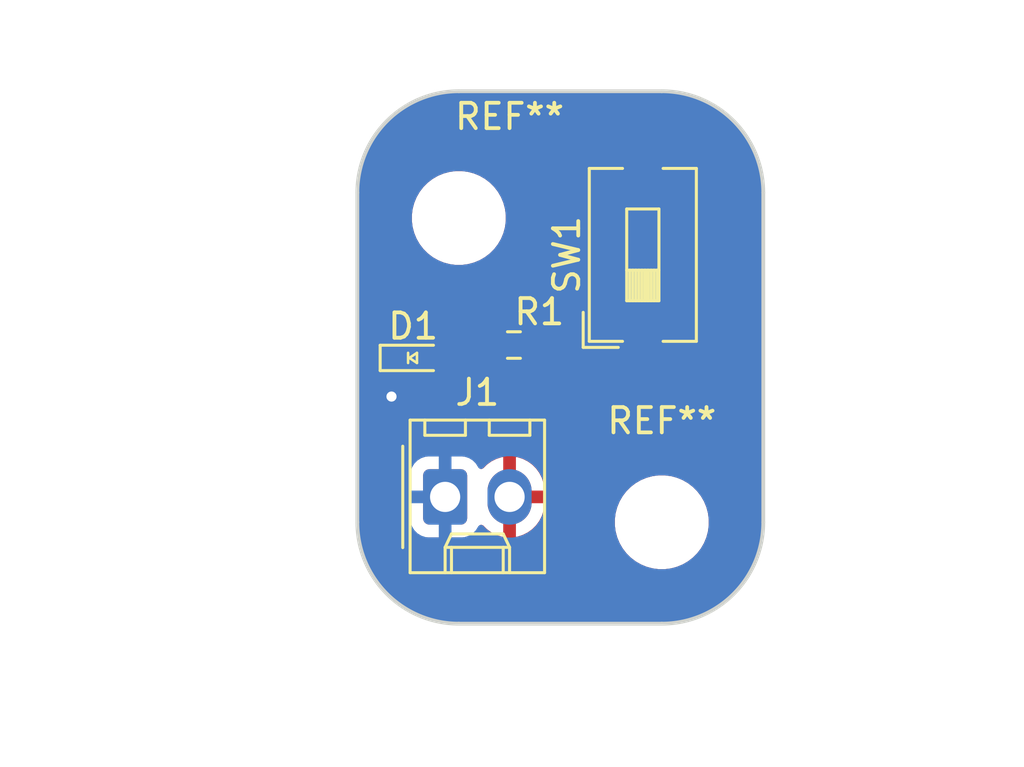
<source format=kicad_pcb>
(kicad_pcb (version 20240108) (generator "pcbnew") (generator_version "8.0")
  (title_block (title "LED Project") (date "2025-09-12") (rev "1.0") (company "Illini Solar Car") (comment 1 "Designed By: Fiona Pao"))
  (layers (0 "F.Cu" signal) (31 "B.Cu" signal) (34 "B.Paste" user) (35 "F.Paste" user) (36 "B.SilkS" user "B.Silkscreen") (37 "F.SilkS" user "F.Silkscreen") (38 "B.Mask" user) (39 "F.Mask" user) (44 "Edge.Cuts" user))
  (net 0 "")
  (net 1 "GND")
  (net 2 "Net-(D1-A)")
  (net 3 "+3V3")
  (net 4 "Net-(R1-Pad1)")
  (footprint "MountingHole:MountingHole_3.2mm_M3" (layer "F.Cu") (at 112 87)
    (property "Reference" "REF**" (at 0 -4 0) (layer "F.SilkS"))
    (property "Value" "MountingHole_3.2mm_M3")
    (pad "" np_thru_hole circle (at 0 0) (size 3.2 3.2) (drill 3.2) (layers "*.Cu" "*.Mask"))
  )
  (footprint "Button_Switch_SMD:SW_DIP_SPSTx01_Slide_6.7x4.1mm_W8.61mm_P2.54mm_LowProfile" (layer "F.Cu") (at 111.252 76.454 90)
    (property "Reference" "SW1" (at 0 -3 90) (layer "F.SilkS"))
    (property "Value" "SW_Push")
    (fp_line (start -3.65 -2.35) (end -2.267 -2.35) (stroke (width 0.12)) (layer "F.SilkS"))
    (fp_line (start -3.65 -2.35) (end -3.65 -0.967) (stroke (width 0.12)) (layer "F.SilkS"))
    (fp_line (start 3.41 -2.11) (end 3.41 -0.8) (stroke (width 0.12)) (layer "F.SilkS"))
    (fp_line (start -3.41 -2.11) (end 3.41 -2.11) (stroke (width 0.12)) (layer "F.SilkS"))
    (fp_line (start -3.41 -2.11) (end -3.41 -0.8) (stroke (width 0.12)) (layer "F.SilkS"))
    (fp_line (start 1.81 -0.635) (end -1.81 -0.635) (stroke (width 0.12)) (layer "F.SilkS"))
    (fp_line (start -0.603333 -0.635) (end -0.603333 0.635) (stroke (width 0.12)) (layer "F.SilkS"))
    (fp_line (start -1.81 -0.635) (end -1.81 0.635) (stroke (width 0.12)) (layer "F.SilkS"))
    (fp_line (start -1.81 -0.515) (end -0.603333 -0.515) (stroke (width 0.12)) (layer "F.SilkS"))
    (fp_line (start -1.81 -0.395) (end -0.603333 -0.395) (stroke (width 0.12)) (layer "F.SilkS"))
    (fp_line (start -1.81 -0.275) (end -0.603333 -0.275) (stroke (width 0.12)) (layer "F.SilkS"))
    (fp_line (start -1.81 -0.155) (end -0.603333 -0.155) (stroke (width 0.12)) (layer "F.SilkS"))
    (fp_line (start -1.81 -0.035) (end -0.603333 -0.035) (stroke (width 0.12)) (layer "F.SilkS"))
    (fp_line (start -1.81 0.085) (end -0.603333 0.085) (stroke (width 0.12)) (layer "F.SilkS"))
    (fp_line (start -1.81 0.205) (end -0.603333 0.205) (stroke (width 0.12)) (layer "F.SilkS"))
    (fp_line (start -1.81 0.325) (end -0.603333 0.325) (stroke (width 0.12)) (layer "F.SilkS"))
    (fp_line (start -1.81 0.445) (end -0.603333 0.445) (stroke (width 0.12)) (layer "F.SilkS"))
    (fp_line (start -1.81 0.565) (end -0.603333 0.565) (stroke (width 0.12)) (layer "F.SilkS"))
    (fp_line (start 1.81 0.635) (end 1.81 -0.635) (stroke (width 0.12)) (layer "F.SilkS"))
    (fp_line (start -1.81 0.635) (end 1.81 0.635) (stroke (width 0.12)) (layer "F.SilkS"))
    (fp_line (start 3.41 0.8) (end 3.41 2.11) (stroke (width 0.12)) (layer "F.SilkS"))
    (fp_line (start -3.41 0.8) (end -3.41 2.11) (stroke (width 0.12)) (layer "F.SilkS"))
    (fp_line (start -3.41 2.11) (end 3.41 2.11) (stroke (width 0.12)) (layer "F.SilkS"))
    (pad "1" smd rect (at -4.305 0 90) (size 2.44 1.12) (layers "F.Cu" "F.Paste" "F.Mask") (net 3 "+3V3"))
    (pad "2" smd rect (at 4.305 0 90) (size 2.44 1.12) (layers "F.Cu" "F.Paste" "F.Mask") (net 4 "Net-(R1-Pad1)"))
  )
  (footprint "Resistor_SMD:R_0603_1608Metric_Pad0.98x0.95mm_HandSolder" (layer "F.Cu") (at 106.172 80.01 180)
    (property "Reference" "R1" (at -1 1.308 360) (layer "F.SilkS"))
    (property "Value" "105")
    (fp_line (start -0.254724 0.5225) (end 0.254724 0.5225) (stroke (width 0.12)) (layer "F.SilkS"))
    (fp_line (start -0.254724 -0.5225) (end 0.254724 -0.5225) (stroke (width 0.12)) (layer "F.SilkS"))
    (pad "1" smd roundrect (at -0.9125 0 180) (size 0.975 0.95) (layers "F.Cu" "F.Paste" "F.Mask") (net 4 "Net-(R1-Pad1)"))
    (pad "2" smd roundrect (at 0.9125 0 180) (size 0.975 0.95) (layers "F.Cu" "F.Paste" "F.Mask") (net 2 "Net-(D1-A)"))
  )
  (footprint "Connector_Molex:Molex_KK-254_AE-6410-02A_1x02_P2.54mm_Vertical" (layer "F.Cu") (at 103.46 86)
    (property "Reference" "J1" (at 1.27 -4.12 0) (layer "F.SilkS"))
    (property "Value" "Conn_01x02")
    (fp_line (start -1.67 -2) (end -1.67 2) (stroke (width 0.12)) (layer "F.SilkS"))
    (fp_line (start -1.38 -3.03) (end -1.38 2.99) (stroke (width 0.12)) (layer "F.SilkS"))
    (fp_line (start -1.38 2.99) (end 3.92 2.99) (stroke (width 0.12)) (layer "F.SilkS"))
    (fp_line (start -0.8 -3.03) (end -0.8 -2.43) (stroke (width 0.12)) (layer "F.SilkS"))
    (fp_line (start -0.8 -2.43) (end 0.8 -2.43) (stroke (width 0.12)) (layer "F.SilkS"))
    (fp_line (start 0 1.99) (end 0.25 1.46) (stroke (width 0.12)) (layer "F.SilkS"))
    (fp_line (start 0 1.99) (end 2.54 1.99) (stroke (width 0.12)) (layer "F.SilkS"))
    (fp_line (start 0 2.99) (end 0 1.99) (stroke (width 0.12)) (layer "F.SilkS"))
    (fp_line (start 0.25 1.46) (end 2.29 1.46) (stroke (width 0.12)) (layer "F.SilkS"))
    (fp_line (start 0.25 2.99) (end 0.25 1.99) (stroke (width 0.12)) (layer "F.SilkS"))
    (fp_line (start 0.8 -2.43) (end 0.8 -3.03) (stroke (width 0.12)) (layer "F.SilkS"))
    (fp_line (start 1.74 -3.03) (end 1.74 -2.43) (stroke (width 0.12)) (layer "F.SilkS"))
    (fp_line (start 1.74 -2.43) (end 3.34 -2.43) (stroke (width 0.12)) (layer "F.SilkS"))
    (fp_line (start 2.29 1.46) (end 2.54 1.99) (stroke (width 0.12)) (layer "F.SilkS"))
    (fp_line (start 2.29 2.99) (end 2.29 1.99) (stroke (width 0.12)) (layer "F.SilkS"))
    (fp_line (start 2.54 1.99) (end 2.54 2.99) (stroke (width 0.12)) (layer "F.SilkS"))
    (fp_line (start 3.34 -2.43) (end 3.34 -3.03) (stroke (width 0.12)) (layer "F.SilkS"))
    (fp_line (start 3.92 -3.03) (end -1.38 -3.03) (stroke (width 0.12)) (layer "F.SilkS"))
    (fp_line (start 3.92 2.99) (end 3.92 -3.03) (stroke (width 0.12)) (layer "F.SilkS"))
    (pad "1" thru_hole roundrect (at 0 0) (size 1.74 2.19) (drill 1.19) (layers "*.Cu" "*.Mask") (roundrect_rratio 0.143678) (net 1 "GND"))
    (pad "2" thru_hole oval (at 2.54 0) (size 1.74 2.19) (drill 1.19) (layers "*.Cu" "*.Mask") (net 3 "+3V3"))
  )
  (footprint "layout:LED_0603_Symbol_on_F.SilkS" (layer "F.Cu") (at 102.2 80.518)
    (property "Reference" "D1" (at 0 -1.25 0) (layer "F.SilkS"))
    (property "Value" "LED_RED")
    (fp_line (start -1.3 -0.5) (end -1.3 0.5) (stroke (width 0.12)) (layer "F.SilkS"))
    (fp_line (start -1.3 -0.5) (end 0.8 -0.5) (stroke (width 0.12)) (layer "F.SilkS"))
    (fp_line (start -1.3 0.5) (end 0.8 0.5) (stroke (width 0.12)) (layer "F.SilkS"))
    (fp_line (start -0.2 -0.2) (end -0.2 0.2) (stroke (width 0.1)) (layer "F.SilkS"))
    (fp_line (start -0.15 0) (end 0.15 -0.2) (stroke (width 0.1)) (layer "F.SilkS"))
    (fp_line (start 0.15 -0.2) (end 0.15 0.2) (stroke (width 0.1)) (layer "F.SilkS"))
    (fp_line (start 0.15 0.2) (end -0.15 0) (stroke (width 0.1)) (layer "F.SilkS"))
    (pad "1" smd rect (at -0.8 0 180) (size 0.8 0.8) (layers "F.Cu" "F.Paste" "F.Mask") (net 1 "GND"))
    (pad "2" smd rect (at 0.8 0 180) (size 0.8 0.8) (layers "F.Cu" "F.Paste" "F.Mask") (net 2 "Net-(D1-A)"))
  )
  (footprint "MountingHole:MountingHole_3.2mm_M3" (layer "F.Cu") (at 104 75)
    (property "Reference" "REF**" (at 2 -4 0) (layer "F.SilkS"))
    (property "Value" "MountingHole_3.2mm_M3")
    (pad "" np_thru_hole circle (at 0 0) (size 3.2 3.2) (drill 3.2) (layers "*.Cu" "*.Mask"))
  )
  (gr_arc (start 112 70) (mid 114.828427 71.171573) (end 116 74) (stroke (width 0.15)) (layer "Edge.Cuts"))
  (gr_arc (start 116 87) (mid 114.828427 89.828427) (end 112 91) (stroke (width 0.15)) (layer "Edge.Cuts"))
  (gr_arc (start 100 74) (mid 101.171573 71.171573) (end 104 70) (stroke (width 0.15)) (layer "Edge.Cuts"))
  (gr_line (start 116 74) (end 116 87) (stroke (width 0.15)) (layer "Edge.Cuts"))
  (gr_line (start 104 70) (end 112 70) (stroke (width 0.15)) (layer "Edge.Cuts"))
  (gr_line (start 100 87) (end 100 74) (stroke (width 0.15)) (layer "Edge.Cuts"))
  (gr_arc (start 104 91) (mid 101.171573 89.828427) (end 100 87) (stroke (width 0.15)) (layer "Edge.Cuts"))
  (gr_line (start 104 91) (end 112 91) (stroke (width 0.15)) (layer "Edge.Cuts"))
  (segment (start 101.4 81.988) (end 101.346 82.042) (width 0.25) (layer "F.Cu") (net 1))
  (segment (start 101.4 80.518) (end 101.4 81.988) (width 0.25) (layer "F.Cu") (net 1))
  (via (at 101.346 82.042) (size 0.8) (drill 0.4) (layers "F.Cu" "B.Cu") (net 1))
  (segment (start 104.14 80.518) (end 103 80.518) (width 0.25) (layer "F.Cu") (net 2))
  (segment (start 104.648 80.01) (end 104.14 80.518) (width 0.25) (layer "F.Cu") (net 2))
  (segment (start 105.2595 80.01) (end 104.648 80.01) (width 0.25) (layer "F.Cu") (net 2))
  (segment (start 107.0845 78.3355) (end 107.0845 80.01) (width 0.25) (layer "F.Cu") (net 4))
  (segment (start 109.207 72.149) (end 108.204 73.152) (width 0.25) (layer "F.Cu") (net 4))
  (segment (start 108.204 73.152) (end 108.204 77.216) (width 0.25) (layer "F.Cu") (net 4))
  (segment (start 111.252 72.149) (end 109.207 72.149) (width 0.25) (layer "F.Cu") (net 4))
  (segment (start 108.204 77.216) (end 107.0845 78.3355) (width 0.25) (layer "F.Cu") (net 4))
  (zone (net 3) (net_name "+3V3") (layer "F.Cu") (connect_pads (clearance 0.508)) (min_thickness 0.25) (fill yes (thermal_gap 0.5) (thermal_bridge_width 0.5))
    (polygon (pts (xy 100 70) (xy 116 70) (xy 116 91) (xy 100 91)))
  )
  (zone (net 1) (net_name "GND") (layer "B.Cu") (priority 1) (connect_pads (clearance 0.508)) (min_thickness 0.25) (fill yes (thermal_gap 0.5) (thermal_bridge_width 0.5))
    (polygon (pts (xy 100 70) (xy 116 70) (xy 116 91) (xy 100 91)))
  )
)
</source>
